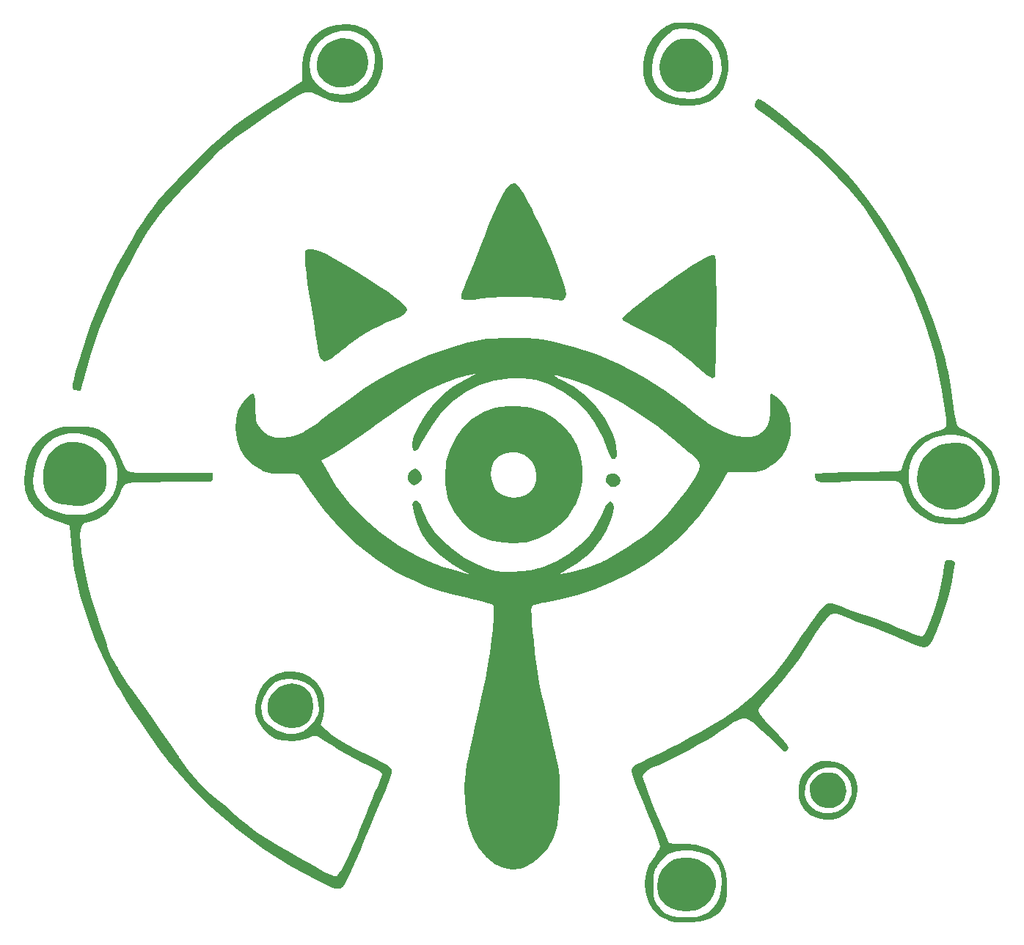
<source format=gbl>
G04 #@! TF.GenerationSoftware,KiCad,Pcbnew,8.0.5*
G04 #@! TF.CreationDate,2024-11-24T11:42:17+01:00*
G04 #@! TF.ProjectId,wolkje-panel,776f6c6b-6a65-42d7-9061-6e656c2e6b69,rev?*
G04 #@! TF.SameCoordinates,Original*
G04 #@! TF.FileFunction,Copper,L2,Bot*
G04 #@! TF.FilePolarity,Positive*
%FSLAX46Y46*%
G04 Gerber Fmt 4.6, Leading zero omitted, Abs format (unit mm)*
G04 Created by KiCad (PCBNEW 8.0.5) date 2024-11-24 11:42:17*
%MOMM*%
%LPD*%
G01*
G04 APERTURE LIST*
G04 #@! TA.AperFunction,EtchedComponent*
%ADD10C,0.000000*%
G04 #@! TD*
G04 APERTURE END LIST*
D10*
G04 #@! TA.AperFunction,EtchedComponent*
G36*
X124080421Y-95185866D02*
G01*
X123881677Y-95281149D01*
X123553011Y-95415697D01*
X123222030Y-95501659D01*
X122817776Y-95549770D01*
X122269294Y-95570765D01*
X121505627Y-95575379D01*
X119723207Y-95575379D01*
X118807595Y-97077913D01*
X117736639Y-98749218D01*
X116452366Y-100514783D01*
X115109789Y-102089640D01*
X113660979Y-103524785D01*
X112058010Y-104871213D01*
X110252950Y-106179918D01*
X109868535Y-106433387D01*
X108283051Y-107349387D01*
X106494562Y-108209105D01*
X104567716Y-108988041D01*
X102567164Y-109661689D01*
X100557555Y-110205549D01*
X98603538Y-110595118D01*
X98344403Y-110639269D01*
X97740641Y-110767473D01*
X97304107Y-110898897D01*
X97093519Y-111017135D01*
X97051823Y-111150897D01*
X97032010Y-111503882D01*
X97049068Y-112081245D01*
X97103681Y-112902704D01*
X97196532Y-113987981D01*
X97300008Y-115072049D01*
X97437215Y-116353238D01*
X97586391Y-117542897D01*
X97756727Y-118693506D01*
X97957417Y-119857546D01*
X98197651Y-121087497D01*
X98486623Y-122435842D01*
X98833526Y-123955059D01*
X99247551Y-125697631D01*
X99341595Y-126090349D01*
X99572668Y-127072810D01*
X99785794Y-128002489D01*
X99968366Y-128823103D01*
X100107779Y-129478369D01*
X100191428Y-129912008D01*
X100222422Y-130134885D01*
X100273611Y-130811279D01*
X100297679Y-131658709D01*
X100296623Y-132611900D01*
X100272442Y-133605575D01*
X100227131Y-134574458D01*
X100162688Y-135453274D01*
X100081110Y-136176746D01*
X99984393Y-136679600D01*
X99555705Y-137851077D01*
X98917487Y-138982932D01*
X98125606Y-139946848D01*
X97211055Y-140705574D01*
X96204834Y-141221861D01*
X95818903Y-141341597D01*
X94825085Y-141451494D01*
X93836347Y-141280397D01*
X92866167Y-140831811D01*
X91928032Y-140109245D01*
X91747438Y-139934029D01*
X90936909Y-138947942D01*
X90297470Y-137785899D01*
X89822623Y-136430217D01*
X89505873Y-134863215D01*
X89340721Y-133067209D01*
X89323015Y-132584093D01*
X89322136Y-131829209D01*
X89361148Y-131069921D01*
X89446327Y-130261049D01*
X89583947Y-129357411D01*
X89780283Y-128313825D01*
X90041611Y-127085109D01*
X90374205Y-125626081D01*
X90410819Y-125468779D01*
X90919422Y-123239692D01*
X91352084Y-121248575D01*
X91714728Y-119461529D01*
X92013278Y-117844653D01*
X92253656Y-116364048D01*
X92441786Y-114985814D01*
X92583591Y-113676053D01*
X92684993Y-112400863D01*
X92694739Y-112247759D01*
X92723158Y-111628714D01*
X92713535Y-111226697D01*
X92661436Y-110985534D01*
X92562423Y-110849051D01*
X92471361Y-110802383D01*
X92124196Y-110684937D01*
X91581140Y-110532434D01*
X90895387Y-110359437D01*
X90120131Y-110180505D01*
X89522446Y-110046660D01*
X88062449Y-109697024D01*
X86796701Y-109351899D01*
X85659483Y-108989216D01*
X84585080Y-108586907D01*
X83507775Y-108122903D01*
X82361849Y-107575133D01*
X81354371Y-107045186D01*
X79102002Y-105633887D01*
X76968622Y-103974007D01*
X74970448Y-102080289D01*
X73123697Y-99967474D01*
X71444587Y-97650307D01*
X71333987Y-97482582D01*
X70938996Y-96887505D01*
X70602668Y-96386713D01*
X70357683Y-96028602D01*
X70236723Y-95861575D01*
X70064915Y-95807091D01*
X69657672Y-95760705D01*
X69073036Y-95729744D01*
X68366751Y-95718476D01*
X67678367Y-95716133D01*
X67138597Y-95700009D01*
X66745381Y-95656650D01*
X66425981Y-95572612D01*
X66107660Y-95434443D01*
X65717681Y-95228696D01*
X64879772Y-94688726D01*
X64389722Y-94217282D01*
X72820265Y-94217282D01*
X73347084Y-95182528D01*
X74522655Y-97132887D01*
X76006887Y-99127502D01*
X77677462Y-100924489D01*
X79550923Y-102539581D01*
X81643814Y-103988509D01*
X83972679Y-105287008D01*
X84163003Y-105380799D01*
X84898555Y-105722718D01*
X85655559Y-106049283D01*
X86297060Y-106300763D01*
X86481630Y-106365747D01*
X87036410Y-106548924D01*
X87663767Y-106743343D01*
X88306139Y-106932705D01*
X88905964Y-107100714D01*
X89405679Y-107231072D01*
X89747719Y-107307481D01*
X89874525Y-107313642D01*
X89873811Y-107311400D01*
X89740332Y-107219653D01*
X89420917Y-107038273D01*
X88980159Y-106804061D01*
X87963406Y-106222870D01*
X86589678Y-105223274D01*
X85434307Y-104098895D01*
X84513217Y-102868800D01*
X83842332Y-101552057D01*
X83437579Y-100167733D01*
X83349089Y-99655414D01*
X83324171Y-99325433D01*
X83370267Y-99121012D01*
X83490824Y-98964229D01*
X83585798Y-98882820D01*
X83821707Y-98820914D01*
X84052999Y-98990542D01*
X84295953Y-99408779D01*
X84566853Y-100092700D01*
X84634507Y-100277937D01*
X85155143Y-101396471D01*
X85853571Y-102435410D01*
X86764178Y-103439457D01*
X87921353Y-104453317D01*
X88280265Y-104728298D01*
X89328418Y-105426582D01*
X90456648Y-106051817D01*
X91574971Y-106556974D01*
X92593399Y-106895024D01*
X92925264Y-106963826D01*
X93806295Y-107054853D01*
X94827517Y-107067960D01*
X95897349Y-107006957D01*
X96924203Y-106875650D01*
X97816495Y-106677849D01*
X98307397Y-106522956D01*
X99852702Y-105870722D01*
X101325604Y-105008096D01*
X102658612Y-103978640D01*
X103784236Y-102825915D01*
X104192288Y-102258383D01*
X104656431Y-101471558D01*
X105116863Y-100564433D01*
X105530663Y-99615901D01*
X105587978Y-99483125D01*
X105850102Y-99093920D01*
X106138527Y-98970982D01*
X106435087Y-99124190D01*
X106492336Y-99198745D01*
X106580616Y-99584625D01*
X106519383Y-100144765D01*
X106325015Y-100836397D01*
X106013887Y-101616762D01*
X105602381Y-102443095D01*
X105106872Y-103272633D01*
X104543739Y-104062611D01*
X104290239Y-104375026D01*
X103698786Y-105008705D01*
X103030856Y-105582252D01*
X102222060Y-106147679D01*
X101208004Y-106756998D01*
X100966629Y-106896207D01*
X100557463Y-107141965D01*
X100303694Y-107308841D01*
X100252637Y-107366643D01*
X100302531Y-107361122D01*
X100938001Y-107250954D01*
X101748857Y-107059121D01*
X102653394Y-106809422D01*
X103569909Y-106525658D01*
X104416697Y-106231629D01*
X105112055Y-105951133D01*
X105246674Y-105887849D01*
X105804913Y-105593336D01*
X106518460Y-105184077D01*
X107327100Y-104697456D01*
X108170619Y-104170857D01*
X108988803Y-103641665D01*
X109721438Y-103147263D01*
X110308308Y-102725035D01*
X110779563Y-102345733D01*
X111771383Y-101423686D01*
X112819275Y-100303629D01*
X113886045Y-99028827D01*
X114934505Y-97642544D01*
X115927464Y-96188045D01*
X116177385Y-95784521D01*
X116428457Y-95264353D01*
X116492748Y-94832905D01*
X116359224Y-94425729D01*
X116016849Y-93978378D01*
X115454587Y-93426407D01*
X115245872Y-93234685D01*
X113467548Y-91708709D01*
X111559702Y-90245193D01*
X109569913Y-88873721D01*
X107545759Y-87623882D01*
X105534820Y-86525261D01*
X103584674Y-85607444D01*
X101742899Y-84900017D01*
X101133146Y-84704668D01*
X100500444Y-84524898D01*
X100032914Y-84418813D01*
X99752287Y-84388315D01*
X99680299Y-84435304D01*
X99838683Y-84561681D01*
X100249171Y-84769348D01*
X100332803Y-84808015D01*
X101898011Y-85681398D01*
X103312499Y-86758353D01*
X104545127Y-88007546D01*
X105564747Y-89397645D01*
X106340216Y-90897316D01*
X106484071Y-91271619D01*
X106700911Y-91985521D01*
X106843241Y-92668198D01*
X106903259Y-93260968D01*
X106873159Y-93705147D01*
X106745139Y-93942055D01*
X106612726Y-94014783D01*
X106412193Y-94041039D01*
X106237535Y-93898534D01*
X106055282Y-93551416D01*
X105831964Y-92963829D01*
X105263721Y-91553447D01*
X104376755Y-89904071D01*
X103320367Y-88476235D01*
X102082822Y-87256899D01*
X100652382Y-86233021D01*
X99017312Y-85391560D01*
X97628683Y-84930389D01*
X96100880Y-84690812D01*
X94537388Y-84697798D01*
X92807743Y-84959918D01*
X91100965Y-85477948D01*
X89531853Y-86244188D01*
X88097723Y-87260560D01*
X86795891Y-88528987D01*
X85623672Y-90051392D01*
X84578382Y-91829696D01*
X84342459Y-92273871D01*
X84041843Y-92775216D01*
X83811955Y-93055497D01*
X83632631Y-93142703D01*
X83521846Y-93126030D01*
X83383826Y-92971167D01*
X83318691Y-92598777D01*
X83322727Y-92204813D01*
X83488017Y-91447871D01*
X83858108Y-90549022D01*
X84440473Y-89487541D01*
X84955453Y-88679621D01*
X85881764Y-87472844D01*
X86896433Y-86470901D01*
X88055127Y-85622158D01*
X89413516Y-84874985D01*
X89696455Y-84735693D01*
X90147200Y-84500729D01*
X90445974Y-84326636D01*
X90539102Y-84243524D01*
X90434073Y-84234726D01*
X90102887Y-84290470D01*
X89611279Y-84407343D01*
X89022518Y-84567869D01*
X88399870Y-84754570D01*
X87806604Y-84949972D01*
X87305988Y-85136597D01*
X86700273Y-85389228D01*
X85913079Y-85741381D01*
X85154912Y-86115307D01*
X84389359Y-86533005D01*
X83580006Y-87016472D01*
X82690439Y-87587708D01*
X81684245Y-88268712D01*
X80525011Y-89081481D01*
X79176323Y-90048015D01*
X78367073Y-90628347D01*
X76796643Y-91728665D01*
X75420430Y-92654896D01*
X74245547Y-93402313D01*
X73279109Y-93966189D01*
X72820265Y-94217282D01*
X64389722Y-94217282D01*
X64020216Y-93861805D01*
X63405213Y-92886309D01*
X63035622Y-91763685D01*
X62912299Y-90495379D01*
X62964859Y-89496626D01*
X63161688Y-88559800D01*
X63521108Y-87781296D01*
X64060556Y-87109703D01*
X64069014Y-87101251D01*
X64498631Y-86697451D01*
X64803267Y-86494250D01*
X65003822Y-86508621D01*
X65121198Y-86757537D01*
X65176296Y-87257972D01*
X65190018Y-88026897D01*
X65193126Y-88522716D01*
X65215368Y-89103768D01*
X65268819Y-89522457D01*
X65364846Y-89853909D01*
X65514817Y-90173247D01*
X65517881Y-90178968D01*
X66030014Y-90851982D01*
X66714369Y-91315408D01*
X67543923Y-91564947D01*
X68491656Y-91596304D01*
X69530545Y-91405180D01*
X70633569Y-90987278D01*
X70660641Y-90974083D01*
X71034348Y-90755917D01*
X71577699Y-90397075D01*
X72241692Y-89931807D01*
X72977324Y-89394365D01*
X73735594Y-88819001D01*
X74790344Y-88013795D01*
X76305259Y-86905763D01*
X77714031Y-85943654D01*
X79073143Y-85091002D01*
X80439075Y-84311340D01*
X81868310Y-83568201D01*
X82627031Y-83198314D01*
X85101234Y-82107399D01*
X87481035Y-81237541D01*
X89746554Y-80595455D01*
X91877905Y-80187855D01*
X92605059Y-80110013D01*
X93791073Y-80049516D01*
X95094391Y-80042847D01*
X96420117Y-80088093D01*
X97673354Y-80183337D01*
X98759204Y-80326669D01*
X99180860Y-80402541D01*
X101869120Y-81043731D01*
X104572199Y-81954369D01*
X107265596Y-83122821D01*
X109924808Y-84537450D01*
X112525335Y-86186625D01*
X115042675Y-88058711D01*
X115164139Y-88155877D01*
X115838384Y-88686478D01*
X116504364Y-89197791D01*
X117091014Y-89635817D01*
X117527267Y-89946559D01*
X118083434Y-90303608D01*
X119270332Y-90927978D01*
X120406985Y-91340798D01*
X121459935Y-91531465D01*
X122395724Y-91489377D01*
X122734979Y-91419074D01*
X123238055Y-91257520D01*
X123618452Y-91015613D01*
X123984339Y-90635197D01*
X124268369Y-90217265D01*
X124508407Y-89574333D01*
X124618861Y-88765297D01*
X124610421Y-87740731D01*
X124595620Y-87454529D01*
X124587484Y-86896307D01*
X124643245Y-86588877D01*
X124788015Y-86507731D01*
X125046907Y-86628364D01*
X125445035Y-86926267D01*
X125741219Y-87182061D01*
X126410827Y-87994726D01*
X126832281Y-88942623D01*
X127007547Y-90031473D01*
X126938596Y-91266994D01*
X126817704Y-91911763D01*
X126455415Y-92968491D01*
X125896076Y-93842233D01*
X125113231Y-94569265D01*
X124671634Y-94832905D01*
X124080421Y-95185866D01*
G37*
G04 #@! TD.AperFunction*
G04 #@! TA.AperFunction,EtchedComponent*
G36*
X60247233Y-96397068D02*
G01*
X60182450Y-96575057D01*
X59983106Y-96643257D01*
X59573399Y-96658641D01*
X59543512Y-96659054D01*
X59186870Y-96662751D01*
X58594185Y-96667757D01*
X57809181Y-96673751D01*
X56875581Y-96680407D01*
X55837107Y-96687403D01*
X54737484Y-96694415D01*
X53635875Y-96702129D01*
X52564261Y-96715663D01*
X51722465Y-96740029D01*
X51079863Y-96781659D01*
X50605834Y-96846987D01*
X50269753Y-96942446D01*
X50040998Y-97074469D01*
X49888946Y-97249489D01*
X49782973Y-97473941D01*
X49692457Y-97754255D01*
X49590654Y-98038172D01*
X49244020Y-98725970D01*
X48782540Y-99425189D01*
X48272799Y-100040918D01*
X47781386Y-100478248D01*
X47627239Y-100578164D01*
X47096715Y-100865192D01*
X46514835Y-101119555D01*
X45979504Y-101301399D01*
X45588624Y-101370870D01*
X45406529Y-101419945D01*
X45159957Y-101701952D01*
X44999427Y-102198766D01*
X44942579Y-102869472D01*
X44982342Y-103672698D01*
X45117584Y-104801352D01*
X45337795Y-106102004D01*
X45631687Y-107524492D01*
X45987976Y-109018654D01*
X46395377Y-110534331D01*
X46842605Y-112021360D01*
X47318375Y-113429581D01*
X47322578Y-113441269D01*
X47609644Y-114248792D01*
X47859438Y-114968833D01*
X48056724Y-115556058D01*
X48186268Y-115965133D01*
X48232835Y-116150725D01*
X48234345Y-116166605D01*
X48321067Y-116398737D01*
X48514707Y-116789193D01*
X48778373Y-117262769D01*
X48810419Y-117317746D01*
X49084404Y-117799126D01*
X49300544Y-118197841D01*
X49414471Y-118432320D01*
X49467624Y-118525206D01*
X49671887Y-118837772D01*
X50008466Y-119334248D01*
X50457245Y-119985496D01*
X50998107Y-120762379D01*
X51610935Y-121635757D01*
X52275613Y-122576494D01*
X52527335Y-122931949D01*
X53273908Y-123990140D01*
X54022116Y-125055958D01*
X54738396Y-126081277D01*
X55389184Y-127017971D01*
X55940915Y-127817913D01*
X56360025Y-128432976D01*
X56402271Y-128495505D01*
X57459654Y-129975487D01*
X58474215Y-131220449D01*
X59480012Y-132269178D01*
X60511103Y-133160459D01*
X60956886Y-133517025D01*
X61577843Y-134027027D01*
X62253712Y-134592459D01*
X62900440Y-135143560D01*
X63504663Y-135657103D01*
X64133684Y-136178825D01*
X64696400Y-136633397D01*
X65118469Y-136959936D01*
X65434500Y-137182953D01*
X66085773Y-137610885D01*
X66916347Y-138131665D01*
X67882956Y-138719414D01*
X68942335Y-139348252D01*
X70051218Y-139992297D01*
X71166339Y-140625671D01*
X72244433Y-141222491D01*
X72331898Y-141270153D01*
X73083105Y-141674642D01*
X73630915Y-141955279D01*
X74016386Y-142128469D01*
X74280582Y-142210618D01*
X74464563Y-142218133D01*
X74609391Y-142167421D01*
X74631966Y-142152954D01*
X74837119Y-141910476D01*
X75126490Y-141436642D01*
X75485046Y-140762965D01*
X75897759Y-139920959D01*
X76349596Y-138942135D01*
X76825530Y-137858006D01*
X77310528Y-136700085D01*
X77789561Y-135499885D01*
X77952791Y-135082797D01*
X78314628Y-134172514D01*
X78678182Y-133274373D01*
X79008852Y-132473451D01*
X79272037Y-131854824D01*
X79446351Y-131441581D01*
X79647635Y-130918283D01*
X79773448Y-130529417D01*
X79801842Y-130337824D01*
X79766389Y-130299170D01*
X79521423Y-130136093D01*
X79085857Y-129888401D01*
X78506745Y-129582218D01*
X77831137Y-129243669D01*
X77620511Y-129139641D01*
X76709794Y-128668709D01*
X75757040Y-128147183D01*
X74822180Y-127610118D01*
X73965142Y-127092572D01*
X73245853Y-126629601D01*
X72724243Y-126256261D01*
X72550647Y-126134300D01*
X72188794Y-126004350D01*
X71776143Y-126057945D01*
X71230233Y-126297349D01*
X70951023Y-126413299D01*
X70249196Y-126568707D01*
X69424708Y-126625803D01*
X68575655Y-126580797D01*
X67800129Y-126429899D01*
X67380560Y-126266638D01*
X66643639Y-125791914D01*
X65987193Y-125140297D01*
X65488221Y-124380053D01*
X65194011Y-123516433D01*
X65130582Y-122573661D01*
X65133700Y-122555849D01*
X65878983Y-122555849D01*
X65919504Y-123398233D01*
X66222448Y-124154743D01*
X66782287Y-124805157D01*
X67593488Y-125329253D01*
X67852201Y-125447128D01*
X68845707Y-125744167D01*
X69775679Y-125764701D01*
X70637905Y-125508481D01*
X70671460Y-125492242D01*
X71452022Y-124968144D01*
X72051982Y-124272302D01*
X72421429Y-123461986D01*
X72498294Y-123005399D01*
X72469479Y-122210343D01*
X72281622Y-121414687D01*
X71956403Y-120745110D01*
X71496282Y-120234053D01*
X70771815Y-119765562D01*
X69933939Y-119483777D01*
X69049488Y-119401335D01*
X68185302Y-119530877D01*
X67408216Y-119885040D01*
X67212695Y-120035728D01*
X66779653Y-120486503D01*
X66412648Y-121010673D01*
X66106414Y-121647813D01*
X65878983Y-122555849D01*
X65133700Y-122555849D01*
X65294551Y-121637057D01*
X65661643Y-120750719D01*
X66207580Y-119958743D01*
X66908086Y-119305228D01*
X67738886Y-118834272D01*
X68675702Y-118589973D01*
X69563182Y-118576344D01*
X70551375Y-118776729D01*
X71444287Y-119185364D01*
X72189154Y-119777065D01*
X72733211Y-120526648D01*
X72891855Y-120853256D01*
X73042263Y-121285733D01*
X73113808Y-121762853D01*
X73131990Y-122404713D01*
X73106084Y-123005399D01*
X73105227Y-123025253D01*
X73028015Y-123654654D01*
X72916280Y-124126557D01*
X72700571Y-124737943D01*
X73308255Y-125298954D01*
X73404979Y-125386851D01*
X74057111Y-125918022D01*
X74845547Y-126460167D01*
X75803934Y-127033623D01*
X76965919Y-127658733D01*
X78365151Y-128355833D01*
X79076760Y-128703584D01*
X79801311Y-129070833D01*
X80318680Y-129354883D01*
X80659801Y-129574217D01*
X80855608Y-129747322D01*
X80937035Y-129892682D01*
X80945889Y-130017691D01*
X80889284Y-130349757D01*
X80738558Y-130853564D01*
X80487372Y-131546175D01*
X80129393Y-132444657D01*
X79658284Y-133566073D01*
X79067709Y-134927490D01*
X79049626Y-134968746D01*
X78699379Y-135780017D01*
X78344868Y-136620970D01*
X78026522Y-137394653D01*
X77784769Y-138004110D01*
X77636734Y-138384755D01*
X77256332Y-139324990D01*
X76857809Y-140264725D01*
X76461527Y-141159609D01*
X76087847Y-141965288D01*
X75757128Y-142637409D01*
X75489733Y-143131621D01*
X75306023Y-143403572D01*
X75205454Y-143502813D01*
X74987017Y-143641142D01*
X74718514Y-143684932D01*
X74359999Y-143625152D01*
X73871530Y-143452769D01*
X73213160Y-143158755D01*
X72344947Y-142734076D01*
X69305827Y-141087347D01*
X66102889Y-139055243D01*
X63061223Y-136805041D01*
X60200831Y-134352779D01*
X57541710Y-131714498D01*
X55103860Y-128906239D01*
X54914290Y-128666785D01*
X54255973Y-127796077D01*
X53502739Y-126752985D01*
X52692299Y-125593432D01*
X51862365Y-124373341D01*
X51050650Y-123148637D01*
X50294865Y-121975239D01*
X49632723Y-120909073D01*
X49101937Y-120006060D01*
X48758351Y-119380323D01*
X47712593Y-117273483D01*
X46731411Y-114994776D01*
X45850158Y-112630328D01*
X45104181Y-110266263D01*
X44965658Y-109771609D01*
X44583874Y-108261785D01*
X44292097Y-106818102D01*
X44068857Y-105323498D01*
X43892683Y-103660907D01*
X43719841Y-101729535D01*
X42605789Y-101344621D01*
X42542450Y-101322505D01*
X41914913Y-101082759D01*
X41317629Y-100823307D01*
X40872092Y-100596571D01*
X40769814Y-100533960D01*
X40136703Y-100041717D01*
X39535942Y-99418714D01*
X39042151Y-98751052D01*
X38729947Y-98124831D01*
X38591892Y-97559967D01*
X38518155Y-96590778D01*
X38526265Y-96463765D01*
X39526405Y-96463765D01*
X39630254Y-97509852D01*
X39979087Y-98410998D01*
X40572174Y-99165266D01*
X41408785Y-99770721D01*
X42488190Y-100225423D01*
X43391996Y-100429049D01*
X44438255Y-100506596D01*
X45449734Y-100434916D01*
X46321531Y-100214313D01*
X46664029Y-100060134D01*
X47464497Y-99544285D01*
X48191723Y-98877829D01*
X48742727Y-98148623D01*
X49100808Y-97302052D01*
X49265752Y-96293768D01*
X49213862Y-95239923D01*
X48954590Y-94201351D01*
X48497386Y-93238886D01*
X47851703Y-92413364D01*
X47638551Y-92217829D01*
X46797696Y-91670364D01*
X45804476Y-91287870D01*
X44731584Y-91086048D01*
X43651712Y-91080597D01*
X42637551Y-91287217D01*
X41904567Y-91644151D01*
X41157967Y-92246759D01*
X40530516Y-93006980D01*
X40088647Y-93857817D01*
X40056579Y-93944521D01*
X39668270Y-95274677D01*
X39526405Y-96463765D01*
X38526265Y-96463765D01*
X38586035Y-95527693D01*
X38783443Y-94455102D01*
X39098295Y-93457400D01*
X39518502Y-92618979D01*
X39743696Y-92302957D01*
X40440787Y-91570526D01*
X41266832Y-90957665D01*
X42122660Y-90543416D01*
X42356654Y-90474419D01*
X43071843Y-90346549D01*
X43917273Y-90278385D01*
X44810762Y-90269177D01*
X45670125Y-90318169D01*
X46413179Y-90424609D01*
X46957739Y-90587743D01*
X47149193Y-90681001D01*
X47764547Y-91078928D01*
X48310365Y-91613651D01*
X48813974Y-92321826D01*
X49302704Y-93240109D01*
X49803885Y-94405157D01*
X49891414Y-94621819D01*
X50068304Y-95000043D01*
X50266524Y-95273467D01*
X50530210Y-95458599D01*
X50903495Y-95571949D01*
X51430515Y-95630021D01*
X52155404Y-95649329D01*
X53122299Y-95646379D01*
X53319581Y-95644936D01*
X54399575Y-95639329D01*
X55604576Y-95636066D01*
X56801239Y-95635395D01*
X57856215Y-95637563D01*
X60253117Y-95646927D01*
X60253117Y-96147772D01*
X60249671Y-96293768D01*
X60247233Y-96397068D01*
G37*
G04 #@! TD.AperFunction*
G04 #@! TA.AperFunction,EtchedComponent*
G36*
X119612133Y-143054438D02*
G01*
X119623872Y-143410462D01*
X119602208Y-144345313D01*
X119482803Y-145085061D01*
X119252045Y-145689909D01*
X118896320Y-146220056D01*
X118810867Y-146320386D01*
X118279809Y-146801552D01*
X117628901Y-147144198D01*
X116777059Y-147393212D01*
X116369481Y-147468146D01*
X115467246Y-147557087D01*
X114520596Y-147569258D01*
X113636445Y-147505406D01*
X112921704Y-147366278D01*
X112794185Y-147325829D01*
X111909747Y-146883690D01*
X111178125Y-146224447D01*
X110623554Y-145383565D01*
X110270267Y-144396513D01*
X110142497Y-143298758D01*
X111124665Y-143298758D01*
X111129128Y-143885883D01*
X111154087Y-144415914D01*
X111212659Y-144799877D01*
X111317787Y-145115216D01*
X111482411Y-145439373D01*
X111878466Y-145970994D01*
X112521945Y-146498713D01*
X112756679Y-146637355D01*
X113085367Y-146790111D01*
X113444880Y-146883402D01*
X113920343Y-146936510D01*
X114596875Y-146968717D01*
X115280345Y-146976717D01*
X116151300Y-146910567D01*
X116849853Y-146732850D01*
X117437949Y-146425257D01*
X117977532Y-145969478D01*
X117980097Y-145966911D01*
X118453935Y-145376315D01*
X118767638Y-144688773D01*
X118939089Y-143848050D01*
X118986173Y-142797913D01*
X118911575Y-141879932D01*
X118657187Y-141030556D01*
X118206547Y-140363066D01*
X117543267Y-139860887D01*
X116650951Y-139507443D01*
X115513209Y-139286160D01*
X114807871Y-139233555D01*
X113757133Y-139329761D01*
X112867820Y-139659565D01*
X112133705Y-140225709D01*
X111548561Y-141030931D01*
X111526279Y-141071285D01*
X111341227Y-141431705D01*
X111223716Y-141753470D01*
X111158570Y-142117772D01*
X111130611Y-142605804D01*
X111124665Y-143298758D01*
X110142497Y-143298758D01*
X110149276Y-142918433D01*
X110299222Y-141832651D01*
X110666074Y-140859400D01*
X111277867Y-139915135D01*
X111290516Y-139898781D01*
X111603937Y-139448713D01*
X111826843Y-139045491D01*
X111911707Y-138774633D01*
X111911361Y-138764317D01*
X111848366Y-138503396D01*
X111675997Y-137996509D01*
X111393221Y-137241015D01*
X110999004Y-136234269D01*
X110492312Y-134973630D01*
X109872113Y-133456453D01*
X109137372Y-131680097D01*
X108882123Y-131035170D01*
X108698171Y-130456096D01*
X108640858Y-130040744D01*
X108704607Y-129741405D01*
X108883843Y-129510371D01*
X108973758Y-129446497D01*
X109312591Y-129254217D01*
X109832748Y-128986771D01*
X110482270Y-128670497D01*
X111209195Y-128331729D01*
X112144173Y-127893320D01*
X113123393Y-127407211D01*
X114168539Y-126860005D01*
X115323307Y-126228275D01*
X116631394Y-125488590D01*
X118136495Y-124617523D01*
X119061228Y-124057919D01*
X120763442Y-122902142D01*
X122324303Y-121652693D01*
X123781961Y-120271923D01*
X125174561Y-118722189D01*
X126540250Y-116965841D01*
X127917175Y-114965237D01*
X128185207Y-114558204D01*
X128724446Y-113754890D01*
X129259012Y-112976181D01*
X129739084Y-112294255D01*
X130114840Y-111781293D01*
X130155923Y-111727274D01*
X130585916Y-111191977D01*
X130947645Y-110851777D01*
X131306158Y-110692857D01*
X131726500Y-110701393D01*
X132273719Y-110863567D01*
X133012862Y-111165558D01*
X133182888Y-111236595D01*
X133926527Y-111520861D01*
X134756530Y-111807509D01*
X135522975Y-112044068D01*
X135901673Y-112161426D01*
X136630262Y-112416211D01*
X137489226Y-112741058D01*
X138401134Y-113106389D01*
X139288553Y-113482619D01*
X140011344Y-113792628D01*
X140736293Y-114089869D01*
X141345595Y-114325261D01*
X141790849Y-114480165D01*
X142023659Y-114535941D01*
X142098727Y-114530628D01*
X142298750Y-114433862D01*
X142493938Y-114173439D01*
X142730094Y-113694824D01*
X143090512Y-112813409D01*
X143546358Y-111476631D01*
X143958441Y-110023501D01*
X144300034Y-108550378D01*
X144544411Y-107153621D01*
X144566808Y-106999418D01*
X144656270Y-106459637D01*
X144741819Y-106044675D01*
X144807586Y-105834105D01*
X144808241Y-105833058D01*
X145026044Y-105738276D01*
X145449748Y-105760083D01*
X145777293Y-105831692D01*
X145922888Y-105945437D01*
X145906548Y-106149458D01*
X145899334Y-106176839D01*
X145836188Y-106495928D01*
X145756460Y-106989874D01*
X145675621Y-107563907D01*
X145575311Y-108182314D01*
X145327754Y-109301386D01*
X144992012Y-110536249D01*
X144593687Y-111807060D01*
X144158382Y-113033981D01*
X143711700Y-114137169D01*
X143279244Y-115036786D01*
X143112395Y-115325332D01*
X142902022Y-115593154D01*
X142657838Y-115750047D01*
X142342707Y-115793384D01*
X141919493Y-115720538D01*
X141351059Y-115528881D01*
X140600270Y-115215787D01*
X139629988Y-114778629D01*
X139100891Y-114541094D01*
X138213073Y-114160124D01*
X137352503Y-113810023D01*
X136596118Y-113521751D01*
X136020855Y-113326270D01*
X135890273Y-113286041D01*
X135121277Y-113027335D01*
X134321518Y-112729409D01*
X133644584Y-112448967D01*
X133440375Y-112357721D01*
X132773719Y-112072094D01*
X132292198Y-111910255D01*
X131936562Y-111874353D01*
X131647560Y-111966540D01*
X131365943Y-112188965D01*
X131032459Y-112543779D01*
X130615307Y-113057921D01*
X130163128Y-113694064D01*
X129777940Y-114309650D01*
X129434351Y-114897469D01*
X127891399Y-117251538D01*
X126073503Y-119617550D01*
X123975598Y-122002219D01*
X123901643Y-122082313D01*
X123553726Y-122488202D01*
X123308983Y-122822065D01*
X123216495Y-123018213D01*
X123251202Y-123148303D01*
X123425715Y-123476633D01*
X123693707Y-123875680D01*
X123994642Y-124258048D01*
X124267988Y-124536341D01*
X124439045Y-124699520D01*
X124763314Y-125033316D01*
X125186380Y-125482235D01*
X125660179Y-125995885D01*
X125766735Y-126112838D01*
X126223095Y-126624870D01*
X126512778Y-126982000D01*
X126663080Y-127226899D01*
X126701297Y-127402241D01*
X126654724Y-127550697D01*
X126521773Y-127731438D01*
X126328164Y-127844110D01*
X126236486Y-127800141D01*
X125968071Y-127589054D01*
X125587607Y-127243141D01*
X125145529Y-126806645D01*
X124988283Y-126647165D01*
X124366902Y-126036850D01*
X123702802Y-125408233D01*
X123115266Y-124874814D01*
X123045474Y-124813604D01*
X122571078Y-124417231D01*
X122165138Y-124146795D01*
X121785079Y-124008722D01*
X121388331Y-124009437D01*
X120932317Y-124155365D01*
X120374467Y-124452933D01*
X119672205Y-124908565D01*
X118782959Y-125528687D01*
X118721955Y-125571471D01*
X118041914Y-126018676D01*
X117205531Y-126527699D01*
X116262737Y-127071933D01*
X115263463Y-127624774D01*
X114257636Y-128159613D01*
X113295189Y-128649845D01*
X112426051Y-129068861D01*
X111700154Y-129390057D01*
X111167425Y-129586825D01*
X110770274Y-129755673D01*
X110343163Y-130043765D01*
X110029973Y-130366752D01*
X109908327Y-130658560D01*
X109908982Y-130676307D01*
X109973408Y-130971969D01*
X110130967Y-131475031D01*
X110364292Y-132142189D01*
X110656014Y-132930141D01*
X110988763Y-133795585D01*
X111345173Y-134695219D01*
X111707874Y-135585741D01*
X112059497Y-136423849D01*
X112382675Y-137166241D01*
X112660039Y-137769614D01*
X112874219Y-138190667D01*
X113007848Y-138386097D01*
X113056979Y-138416393D01*
X113415798Y-138492699D01*
X113963384Y-138476996D01*
X114189358Y-138460437D01*
X115028224Y-138481438D01*
X115931387Y-138602523D01*
X116783027Y-138804189D01*
X117467325Y-139066940D01*
X118163819Y-139502296D01*
X118781278Y-140121819D01*
X119216744Y-140898527D01*
X119487827Y-141865155D01*
X119585320Y-142797913D01*
X119612133Y-143054438D01*
G37*
G04 #@! TD.AperFunction*
G04 #@! TA.AperFunction,EtchedComponent*
G36*
X151091763Y-96925487D02*
G01*
X150974322Y-97799723D01*
X150603555Y-98900305D01*
X150009339Y-99843638D01*
X149211235Y-100607381D01*
X148228797Y-101169191D01*
X147081586Y-101506725D01*
X146922322Y-101531618D01*
X146087993Y-101588392D01*
X145141132Y-101563130D01*
X144211287Y-101463294D01*
X143428008Y-101296343D01*
X142967974Y-101132405D01*
X141986985Y-100587097D01*
X141138002Y-99842390D01*
X140470830Y-98947388D01*
X140035272Y-97951196D01*
X139892739Y-97483694D01*
X139735333Y-97072128D01*
X139567638Y-96829313D01*
X139343207Y-96693911D01*
X139015592Y-96604582D01*
X138865007Y-96582777D01*
X138383035Y-96555652D01*
X137673022Y-96546013D01*
X136772531Y-96553157D01*
X135719125Y-96576381D01*
X134550368Y-96614984D01*
X133303825Y-96668261D01*
X132017059Y-96735511D01*
X131842067Y-96744920D01*
X131017102Y-96763986D01*
X130433867Y-96718866D01*
X130058812Y-96599986D01*
X129858384Y-96397773D01*
X129799031Y-96102653D01*
X129799031Y-95707607D01*
X140581866Y-95707607D01*
X140628544Y-96747606D01*
X140911031Y-97867416D01*
X141174251Y-98411179D01*
X141668058Y-99082772D01*
X142288835Y-99716515D01*
X142960770Y-100236525D01*
X143608045Y-100566918D01*
X143808906Y-100631489D01*
X144896572Y-100843765D01*
X146023069Y-100862533D01*
X147101283Y-100692297D01*
X148044101Y-100337562D01*
X148293118Y-100186666D01*
X148888798Y-99698797D01*
X149447341Y-99091107D01*
X149869809Y-98465069D01*
X149927913Y-98352161D01*
X150061811Y-98020807D01*
X150141785Y-97644073D01*
X150180491Y-97141835D01*
X150190580Y-96433969D01*
X150185655Y-95856631D01*
X150156220Y-95330665D01*
X150084092Y-94917949D01*
X149951243Y-94523217D01*
X149739641Y-94051200D01*
X149636306Y-93843613D01*
X149017717Y-92893508D01*
X148263535Y-92125395D01*
X147421503Y-91589964D01*
X146820283Y-91396310D01*
X145975660Y-91281102D01*
X145066000Y-91279413D01*
X144196617Y-91390601D01*
X143472825Y-91614025D01*
X142562391Y-92120240D01*
X141733667Y-92843319D01*
X141128286Y-93733286D01*
X140729326Y-94809853D01*
X140581866Y-95707607D01*
X129799031Y-95707607D01*
X129799031Y-95692703D01*
X133256569Y-95598267D01*
X133716840Y-95586036D01*
X134797031Y-95559739D01*
X135849934Y-95537133D01*
X136810852Y-95519455D01*
X137615093Y-95507942D01*
X138197962Y-95503829D01*
X138708886Y-95498865D01*
X139276775Y-95470350D01*
X139607592Y-95413517D01*
X139730544Y-95324957D01*
X140028709Y-94361320D01*
X140481292Y-93314270D01*
X141032057Y-92485385D01*
X141713643Y-91837655D01*
X142558691Y-91334068D01*
X143599842Y-90937613D01*
X143879929Y-90850205D01*
X144416415Y-90661644D01*
X144740934Y-90478159D01*
X144898824Y-90247065D01*
X144935425Y-89915672D01*
X144896076Y-89431296D01*
X144889424Y-89369780D01*
X144343278Y-85617149D01*
X143530819Y-81964143D01*
X142450288Y-78406233D01*
X141099925Y-74938889D01*
X139477968Y-71557585D01*
X137582658Y-68257791D01*
X135412235Y-65034980D01*
X135091388Y-64602860D01*
X133849508Y-63078590D01*
X132395379Y-61486325D01*
X130767178Y-59862990D01*
X129003076Y-58245512D01*
X127141251Y-56670817D01*
X125219876Y-55175833D01*
X125167497Y-55136842D01*
X124475736Y-54621132D01*
X123862751Y-54162798D01*
X123366284Y-53790163D01*
X123024075Y-53531550D01*
X122873866Y-53415282D01*
X122851586Y-53384178D01*
X122848448Y-53151669D01*
X122942715Y-52833355D01*
X123088600Y-52552197D01*
X123240319Y-52431153D01*
X123260917Y-52432953D01*
X123523023Y-52546797D01*
X123957852Y-52818017D01*
X124528329Y-53218862D01*
X125197375Y-53721579D01*
X125927911Y-54298415D01*
X126682859Y-54921618D01*
X127425142Y-55563437D01*
X127781091Y-55878130D01*
X128537931Y-56541615D01*
X129296288Y-57200006D01*
X129984610Y-57791334D01*
X130531345Y-58253631D01*
X130538765Y-58259824D01*
X131906994Y-59499724D01*
X133315113Y-60957677D01*
X134716214Y-62579404D01*
X136063388Y-64310628D01*
X137309728Y-66097069D01*
X137810885Y-66872374D01*
X139487646Y-69667935D01*
X141006878Y-72523929D01*
X142345114Y-75391053D01*
X143478887Y-78220002D01*
X144384731Y-80961475D01*
X144435054Y-81134292D01*
X144725714Y-82173593D01*
X144963632Y-83120084D01*
X145163931Y-84049382D01*
X145341731Y-85037106D01*
X145512154Y-86158876D01*
X145690323Y-87490309D01*
X145758143Y-87992431D01*
X145879549Y-88778945D01*
X146000647Y-89440792D01*
X146111301Y-89924678D01*
X146201375Y-90177312D01*
X146261767Y-90248488D01*
X146567120Y-90485379D01*
X147032855Y-90767762D01*
X147584889Y-91048965D01*
X148339819Y-91458513D01*
X149360515Y-92258503D01*
X150158919Y-93226748D01*
X150722169Y-94341695D01*
X151037404Y-95581793D01*
X151071879Y-96433969D01*
X151091763Y-96925487D01*
G37*
G04 #@! TD.AperFunction*
G04 #@! TA.AperFunction,EtchedComponent*
G36*
X79862575Y-47870830D02*
G01*
X79861819Y-48894429D01*
X79654542Y-49890830D01*
X79234119Y-50812603D01*
X78593925Y-51612317D01*
X78239520Y-51925517D01*
X77283195Y-52530619D01*
X76252551Y-52861098D01*
X75154343Y-52916274D01*
X73995327Y-52695465D01*
X72782261Y-52197991D01*
X72488655Y-52047817D01*
X72056919Y-51842733D01*
X71680244Y-51711075D01*
X71322055Y-51663622D01*
X70945780Y-51711151D01*
X70514843Y-51864440D01*
X69992671Y-52134266D01*
X69342691Y-52531408D01*
X68528326Y-53066642D01*
X67513003Y-53750747D01*
X67236987Y-53937514D01*
X65635942Y-55033081D01*
X64222971Y-56021942D01*
X63007482Y-56897089D01*
X61998875Y-57651514D01*
X61206556Y-58278208D01*
X60639929Y-58770161D01*
X60308397Y-59120365D01*
X60135904Y-59325457D01*
X59777389Y-59723179D01*
X59277802Y-60261804D01*
X58668888Y-60907451D01*
X57982397Y-61626239D01*
X57250074Y-62384288D01*
X56551911Y-63108794D01*
X55611070Y-64114587D01*
X54790471Y-65041557D01*
X54060482Y-65932214D01*
X53391468Y-66829072D01*
X52753796Y-67774641D01*
X52117833Y-68811432D01*
X51453946Y-69981957D01*
X50732499Y-71328726D01*
X49923862Y-72894252D01*
X49713976Y-73308559D01*
X48379792Y-76119367D01*
X47250963Y-78846288D01*
X46300951Y-81557926D01*
X45503222Y-84322889D01*
X45340084Y-84937888D01*
X45184512Y-85497135D01*
X45064319Y-85899865D01*
X44996875Y-86085601D01*
X44931624Y-86140367D01*
X44700741Y-86140627D01*
X44604954Y-86109741D01*
X44285920Y-86059322D01*
X44151263Y-85997028D01*
X44096802Y-85787321D01*
X44126607Y-85399257D01*
X44243079Y-84801892D01*
X44448624Y-83964284D01*
X44983486Y-82054469D01*
X46144109Y-78607260D01*
X47546289Y-75168767D01*
X49167599Y-71791945D01*
X50985611Y-68529745D01*
X51480256Y-67713235D01*
X52100628Y-66729954D01*
X52683623Y-65869882D01*
X53277734Y-65068453D01*
X53931455Y-64261102D01*
X54693276Y-63383263D01*
X55611693Y-62370370D01*
X56187798Y-61747285D01*
X57628783Y-60229001D01*
X58967415Y-58888803D01*
X60250655Y-57687126D01*
X61525462Y-56584408D01*
X62838799Y-55541083D01*
X64237626Y-54517588D01*
X65768904Y-53474359D01*
X67479595Y-52371831D01*
X67900721Y-52106150D01*
X68599775Y-51664778D01*
X69222863Y-51270955D01*
X69714599Y-50959696D01*
X70019595Y-50766016D01*
X70556215Y-50423713D01*
X70556215Y-49071674D01*
X70575535Y-48470513D01*
X70592293Y-48362497D01*
X71455378Y-48362497D01*
X71548639Y-49369019D01*
X71798112Y-50056825D01*
X72314038Y-50801217D01*
X73012155Y-51392529D01*
X73837681Y-51773224D01*
X73983239Y-51814017D01*
X75084487Y-51982067D01*
X76101987Y-51880753D01*
X77025816Y-51512290D01*
X77846049Y-50878892D01*
X78103786Y-50599891D01*
X78615824Y-49819071D01*
X78906277Y-48924677D01*
X78995890Y-47862281D01*
X78968880Y-47352607D01*
X78752059Y-46438417D01*
X78315014Y-45705736D01*
X77653860Y-45149167D01*
X76764713Y-44763316D01*
X76091985Y-44616948D01*
X75085245Y-44602106D01*
X74140352Y-44817318D01*
X73289071Y-45234537D01*
X72563168Y-45825711D01*
X71994408Y-46562795D01*
X71614556Y-47417740D01*
X71455378Y-48362497D01*
X70592293Y-48362497D01*
X70763583Y-47258395D01*
X71158181Y-46231180D01*
X71767133Y-45372020D01*
X72598246Y-44664065D01*
X72673126Y-44614757D01*
X73584628Y-44168740D01*
X74607047Y-43901346D01*
X75662799Y-43819240D01*
X76674300Y-43929085D01*
X77563963Y-44237547D01*
X77932855Y-44453045D01*
X78691948Y-45111140D01*
X79271015Y-45931756D01*
X79663431Y-46867462D01*
X79860878Y-47862281D01*
X79862575Y-47870830D01*
G37*
G04 #@! TD.AperFunction*
G04 #@! TA.AperFunction,EtchedComponent*
G36*
X102945041Y-96560690D02*
G01*
X102673371Y-97951291D01*
X102134949Y-99316863D01*
X102103530Y-99378538D01*
X101314357Y-100606486D01*
X100308975Y-101677773D01*
X99126377Y-102562963D01*
X97805557Y-103232617D01*
X96385510Y-103657298D01*
X96039736Y-103714995D01*
X94939542Y-103784101D01*
X93770362Y-103716513D01*
X92664394Y-103517208D01*
X92541038Y-103484668D01*
X91162630Y-102970363D01*
X89953673Y-102228537D01*
X88926875Y-101270842D01*
X88094943Y-100108932D01*
X87470585Y-98754459D01*
X87351906Y-98405184D01*
X87224061Y-97931465D01*
X87148842Y-97446381D01*
X87113815Y-96858458D01*
X87106545Y-96076223D01*
X87108456Y-95871157D01*
X92354622Y-95871157D01*
X92472748Y-96657889D01*
X92772431Y-97335959D01*
X92887747Y-97492467D01*
X93298739Y-97914032D01*
X93732646Y-98219875D01*
X94130720Y-98381480D01*
X94919037Y-98512305D01*
X95714239Y-98438431D01*
X96436964Y-98171860D01*
X97007855Y-97724592D01*
X97300123Y-97292124D01*
X97553199Y-96550254D01*
X97606347Y-95743903D01*
X97457208Y-94958119D01*
X97103426Y-94277949D01*
X96777444Y-93927453D01*
X96122083Y-93503109D01*
X95377567Y-93276576D01*
X94603807Y-93247096D01*
X93860707Y-93413913D01*
X93208175Y-93776273D01*
X92706119Y-94333419D01*
X92672284Y-94390173D01*
X92420364Y-95080379D01*
X92354622Y-95871157D01*
X87108456Y-95871157D01*
X87111239Y-95572437D01*
X87139135Y-94905157D01*
X87204075Y-94367557D01*
X87319847Y-93862104D01*
X87500240Y-93291258D01*
X87658053Y-92862417D01*
X88336437Y-91495801D01*
X89207810Y-90325622D01*
X90257755Y-89365814D01*
X91471859Y-88630314D01*
X92835707Y-88133060D01*
X93453639Y-88017077D01*
X94374191Y-87939654D01*
X95364052Y-87934147D01*
X96308678Y-88000414D01*
X97093519Y-88138315D01*
X97146856Y-88152400D01*
X98519748Y-88657968D01*
X99734655Y-89379676D01*
X100777981Y-90287378D01*
X101636129Y-91350929D01*
X102295505Y-92540181D01*
X102742513Y-93824990D01*
X102963557Y-95175209D01*
X102955957Y-95743903D01*
X102945041Y-96560690D01*
G37*
G04 #@! TD.AperFunction*
G04 #@! TA.AperFunction,EtchedComponent*
G36*
X119749399Y-49175006D02*
G01*
X119561227Y-50329760D01*
X119155299Y-51301469D01*
X118533235Y-52087629D01*
X117696658Y-52685735D01*
X116647187Y-53093285D01*
X116428928Y-53145991D01*
X115444469Y-53266435D01*
X114384123Y-53240865D01*
X113333996Y-53081033D01*
X112380189Y-52798692D01*
X111608806Y-52405593D01*
X111444911Y-52287817D01*
X110719847Y-51567689D01*
X110226344Y-50682720D01*
X109967132Y-49639409D01*
X109949925Y-48712637D01*
X110952314Y-48712637D01*
X110974095Y-49627165D01*
X111234175Y-50515366D01*
X111732867Y-51252070D01*
X112459928Y-51822658D01*
X113405112Y-52212509D01*
X114308993Y-52412378D01*
X115467161Y-52489476D01*
X116491488Y-52338497D01*
X117366008Y-51966980D01*
X118074754Y-51382458D01*
X118601757Y-50592468D01*
X118931050Y-49604545D01*
X119000304Y-49138199D01*
X118960339Y-48089986D01*
X118662623Y-47087088D01*
X118126790Y-46167598D01*
X117372475Y-45369615D01*
X116419313Y-44731233D01*
X116367571Y-44704538D01*
X115866800Y-44491936D01*
X115353341Y-44384288D01*
X114692276Y-44351966D01*
X114255725Y-44357148D01*
X113806797Y-44405323D01*
X113450475Y-44526136D01*
X113074207Y-44747067D01*
X112879450Y-44885693D01*
X112154350Y-45603188D01*
X111571535Y-46517414D01*
X111160894Y-47572517D01*
X110952314Y-48712637D01*
X109949925Y-48712637D01*
X109944942Y-48444257D01*
X110047505Y-47706092D01*
X110408059Y-46550477D01*
X110984089Y-45523549D01*
X111750789Y-44665417D01*
X112683352Y-44016196D01*
X112883651Y-43914149D01*
X113243954Y-43765216D01*
X113618755Y-43679793D01*
X114098512Y-43641304D01*
X114773679Y-43633176D01*
X114951950Y-43634003D01*
X115600366Y-43653489D01*
X116082438Y-43711373D01*
X116495611Y-43824637D01*
X116937331Y-44010265D01*
X117725521Y-44446957D01*
X118575072Y-45160762D01*
X119190352Y-46031345D01*
X119579986Y-47071833D01*
X119752600Y-48295357D01*
X119749532Y-49138199D01*
X119749399Y-49175006D01*
G37*
G04 #@! TD.AperFunction*
G04 #@! TA.AperFunction,EtchedComponent*
G36*
X71781983Y-69811805D02*
G01*
X72425268Y-70002468D01*
X73257569Y-70360242D01*
X74285215Y-70888156D01*
X75514539Y-71589236D01*
X76951871Y-72466509D01*
X78603541Y-73523003D01*
X79384585Y-74036009D01*
X80461449Y-74763220D01*
X81311395Y-75367649D01*
X81948303Y-75860273D01*
X82386052Y-76252061D01*
X82638523Y-76553989D01*
X82719595Y-76777030D01*
X82704147Y-76850587D01*
X82514431Y-77116585D01*
X82170820Y-77416970D01*
X81752179Y-77689313D01*
X81337370Y-77871187D01*
X80884224Y-78036490D01*
X80232411Y-78319475D01*
X79482457Y-78675441D01*
X78710873Y-79066732D01*
X77994173Y-79455689D01*
X77408870Y-79804657D01*
X77238457Y-79917168D01*
X76697819Y-80298761D01*
X76081864Y-80758886D01*
X75493343Y-81221542D01*
X75219518Y-81442696D01*
X74696430Y-81860033D01*
X74244715Y-82214197D01*
X73939375Y-82446083D01*
X73932234Y-82451277D01*
X73473141Y-82712325D01*
X73116848Y-82733430D01*
X72815641Y-82517633D01*
X72737839Y-82420647D01*
X72642294Y-82258169D01*
X72558235Y-82030886D01*
X72475420Y-81695077D01*
X72383607Y-81207013D01*
X72272552Y-80522973D01*
X72132014Y-79599231D01*
X72006259Y-78782319D01*
X71836743Y-77720938D01*
X71659163Y-76641852D01*
X71496192Y-75684674D01*
X71355552Y-74817493D01*
X71206845Y-73783820D01*
X71077549Y-72770201D01*
X70985305Y-71907069D01*
X70964507Y-71676017D01*
X70909119Y-70990581D01*
X70888057Y-70523285D01*
X70902928Y-70222063D01*
X70955336Y-70034849D01*
X71046887Y-69909576D01*
X71321383Y-69785226D01*
X71781983Y-69811805D01*
G37*
G04 #@! TD.AperFunction*
G04 #@! TA.AperFunction,EtchedComponent*
G36*
X95220250Y-62217817D02*
G01*
X95466307Y-62428921D01*
X95766503Y-62817539D01*
X96135359Y-63405109D01*
X96587403Y-64213072D01*
X97137157Y-65262866D01*
X97375697Y-65733603D01*
X97998567Y-67010058D01*
X98599205Y-68305492D01*
X99163979Y-69585741D01*
X99679259Y-70816646D01*
X100131416Y-71964044D01*
X100506820Y-72993773D01*
X100791841Y-73871671D01*
X100972849Y-74563578D01*
X101036214Y-75035332D01*
X100982170Y-75341816D01*
X100785791Y-75601663D01*
X100734370Y-75632814D01*
X100632868Y-75694807D01*
X100531707Y-75728041D01*
X100374167Y-75730069D01*
X100103535Y-75698442D01*
X99663090Y-75630714D01*
X98996117Y-75524438D01*
X98953211Y-75517743D01*
X97828836Y-75389533D01*
X96514906Y-75312960D01*
X95099566Y-75288039D01*
X93670959Y-75314781D01*
X92317229Y-75393200D01*
X91126520Y-75523307D01*
X91023187Y-75538118D01*
X90256575Y-75637010D01*
X89718941Y-75680057D01*
X89364221Y-75669189D01*
X89146352Y-75606339D01*
X89053477Y-75550858D01*
X88960884Y-75453344D01*
X88926247Y-75304033D01*
X88958739Y-75067738D01*
X89067538Y-74709266D01*
X89261818Y-74193426D01*
X89550754Y-73485027D01*
X89943522Y-72548877D01*
X90068020Y-72251415D01*
X90477650Y-71250305D01*
X90922837Y-70135668D01*
X91357664Y-69023276D01*
X91736216Y-68028900D01*
X92045031Y-67217777D01*
X92673115Y-65673933D01*
X93249568Y-64410240D01*
X93774254Y-63426940D01*
X94247035Y-62724280D01*
X94667771Y-62302504D01*
X95036327Y-62161857D01*
X95220250Y-62217817D01*
G37*
G04 #@! TD.AperFunction*
G04 #@! TA.AperFunction,EtchedComponent*
G36*
X118241821Y-70581608D02*
G01*
X118275348Y-70715638D01*
X118309180Y-71108461D01*
X118336848Y-71723065D01*
X118358522Y-72525586D01*
X118374369Y-73482161D01*
X118384560Y-74558925D01*
X118389263Y-75722015D01*
X118388646Y-76937568D01*
X118382879Y-78171720D01*
X118372131Y-79390606D01*
X118356571Y-80560364D01*
X118336369Y-81647130D01*
X118311691Y-82617040D01*
X118282709Y-83436230D01*
X118249591Y-84070837D01*
X118212505Y-84486998D01*
X118171620Y-84650848D01*
X118117169Y-84678201D01*
X117937300Y-84691126D01*
X117690246Y-84592781D01*
X117341266Y-84361354D01*
X116855618Y-83975031D01*
X116198562Y-83411998D01*
X115690747Y-82972144D01*
X114739142Y-82176894D01*
X113886119Y-81517541D01*
X113062599Y-80947829D01*
X112199503Y-80421506D01*
X111227755Y-79892319D01*
X110078272Y-79314014D01*
X109503975Y-79030405D01*
X108704757Y-78624066D01*
X108129141Y-78311390D01*
X107753067Y-78078165D01*
X107552476Y-77910181D01*
X107503307Y-77793229D01*
X107569237Y-77700867D01*
X107840433Y-77444789D01*
X108291480Y-77063799D01*
X108890779Y-76581632D01*
X109606730Y-76022021D01*
X110407732Y-75408703D01*
X111262185Y-74765411D01*
X112138489Y-74115881D01*
X113005044Y-73483846D01*
X113830250Y-72893043D01*
X114582507Y-72367205D01*
X115230213Y-71930066D01*
X115741771Y-71605363D01*
X116470514Y-71173245D01*
X117100432Y-70821055D01*
X117557608Y-70600093D01*
X117876956Y-70496062D01*
X118093390Y-70494666D01*
X118241821Y-70581608D01*
G37*
G04 #@! TD.AperFunction*
G04 #@! TA.AperFunction,EtchedComponent*
G36*
X134668815Y-132304486D02*
G01*
X134518991Y-133298689D01*
X134434363Y-133562484D01*
X133985156Y-134391513D01*
X133314314Y-135046370D01*
X132438080Y-135509790D01*
X131775402Y-135661921D01*
X130923279Y-135660727D01*
X130069233Y-135485657D01*
X129301110Y-135155986D01*
X128706755Y-134690993D01*
X128593887Y-134562180D01*
X128171201Y-133927016D01*
X127943963Y-133220804D01*
X127911261Y-132778501D01*
X128607119Y-132778501D01*
X128805037Y-133550365D01*
X129252202Y-134185937D01*
X129945053Y-134677068D01*
X129972107Y-134690713D01*
X130784985Y-134952466D01*
X131607750Y-134965387D01*
X132388281Y-134751635D01*
X133074458Y-134333371D01*
X133614163Y-133732757D01*
X133955273Y-132971953D01*
X133988692Y-132830378D01*
X134018403Y-132034744D01*
X133810019Y-131263806D01*
X133398111Y-130578447D01*
X132817247Y-130039550D01*
X132101996Y-129707997D01*
X131751623Y-129639674D01*
X130933709Y-129666816D01*
X130162267Y-129928486D01*
X129492719Y-130391045D01*
X128980490Y-131020856D01*
X128681004Y-131784279D01*
X128662011Y-131878497D01*
X128607119Y-132778501D01*
X127911261Y-132778501D01*
X127879706Y-132351716D01*
X127898717Y-131911862D01*
X128069565Y-131063924D01*
X128446094Y-130342357D01*
X129063047Y-129668378D01*
X129678581Y-129219871D01*
X130475363Y-128921379D01*
X131367453Y-128875221D01*
X132383501Y-129076287D01*
X132964675Y-129309656D01*
X133697799Y-129835088D01*
X134239006Y-130534697D01*
X134569082Y-131370493D01*
X134640011Y-132034744D01*
X134668815Y-132304486D01*
G37*
G04 #@! TD.AperFunction*
G04 #@! TA.AperFunction,EtchedComponent*
G36*
X115350044Y-45498993D02*
G01*
X115782262Y-45552478D01*
X116130386Y-45683778D01*
X116510924Y-45924593D01*
X116734000Y-46102766D01*
X117189239Y-46565135D01*
X117560716Y-47058160D01*
X117561747Y-47059828D01*
X117790329Y-47464615D01*
X117920804Y-47825226D01*
X117979664Y-48251582D01*
X117993397Y-48853606D01*
X117993285Y-48936263D01*
X117978524Y-49495160D01*
X117922467Y-49874543D01*
X117801618Y-50169429D01*
X117592479Y-50474837D01*
X117487412Y-50604596D01*
X116814020Y-51180379D01*
X115919394Y-51590525D01*
X115627900Y-51640721D01*
X115139171Y-51667187D01*
X114582126Y-51658579D01*
X114395959Y-51647622D01*
X113841575Y-51579085D01*
X113419191Y-51440167D01*
X113008041Y-51195326D01*
X112789227Y-51028466D01*
X112213287Y-50376308D01*
X111878587Y-49602126D01*
X111806542Y-48749511D01*
X111928852Y-48071459D01*
X112259149Y-47229430D01*
X112739827Y-46483202D01*
X113321039Y-45925711D01*
X113607474Y-45737333D01*
X113952985Y-45579226D01*
X114350550Y-45507665D01*
X114916778Y-45490872D01*
X115350044Y-45498993D01*
G37*
G04 #@! TD.AperFunction*
G04 #@! TA.AperFunction,EtchedComponent*
G36*
X45402998Y-92252830D02*
G01*
X46257982Y-92651725D01*
X47014284Y-93253127D01*
X47624807Y-94047604D01*
X47723495Y-94220857D01*
X47879483Y-94556429D01*
X47968567Y-94907198D01*
X48008789Y-95363404D01*
X48018187Y-96015282D01*
X48015225Y-96461783D01*
X47990431Y-96964387D01*
X47924013Y-97329423D01*
X47796618Y-97646619D01*
X47588891Y-98005705D01*
X47174965Y-98532686D01*
X46446747Y-99064917D01*
X45525895Y-99386051D01*
X45156432Y-99432471D01*
X44495603Y-99443657D01*
X43750085Y-99402249D01*
X43031316Y-99315350D01*
X42450733Y-99190061D01*
X41854948Y-98920281D01*
X41281725Y-98391240D01*
X40892451Y-97657773D01*
X40693783Y-96733353D01*
X40692376Y-95631450D01*
X40715798Y-95396605D01*
X40926835Y-94395836D01*
X41315703Y-93580044D01*
X41903443Y-92901803D01*
X41938175Y-92870960D01*
X42716920Y-92365507D01*
X43585370Y-92100289D01*
X44496427Y-92065874D01*
X45402998Y-92252830D01*
G37*
G04 #@! TD.AperFunction*
G04 #@! TA.AperFunction,EtchedComponent*
G36*
X146470681Y-92166093D02*
G01*
X146877893Y-92220814D01*
X147227286Y-92349365D01*
X147628275Y-92577233D01*
X148248455Y-93093461D01*
X148793605Y-93873733D01*
X149170289Y-94836036D01*
X149358967Y-95942377D01*
X149386334Y-96397418D01*
X149377811Y-96868579D01*
X149302148Y-97233096D01*
X149146067Y-97593999D01*
X148760511Y-98184453D01*
X148061172Y-98882812D01*
X147213908Y-99438437D01*
X146295794Y-99791897D01*
X145821004Y-99879177D01*
X144825998Y-99869065D01*
X143874685Y-99617036D01*
X143017745Y-99147176D01*
X142305856Y-98483571D01*
X141789697Y-97650307D01*
X141686379Y-97375989D01*
X141542889Y-96499749D01*
X141624899Y-95571521D01*
X141914270Y-94656755D01*
X142392865Y-93820896D01*
X143042548Y-93129393D01*
X143415227Y-92846245D01*
X144123975Y-92453131D01*
X144898865Y-92236065D01*
X145839543Y-92160529D01*
X145896235Y-92159711D01*
X146470681Y-92166093D01*
G37*
G04 #@! TD.AperFunction*
G04 #@! TA.AperFunction,EtchedComponent*
G36*
X116242127Y-140265922D02*
G01*
X117025012Y-140663632D01*
X117660695Y-141224431D01*
X118105993Y-141918257D01*
X118317719Y-142715049D01*
X118302160Y-143430357D01*
X118065883Y-144291337D01*
X117622600Y-145061706D01*
X117008479Y-145682097D01*
X116259689Y-146093144D01*
X115793380Y-146216685D01*
X114911557Y-146280789D01*
X114003685Y-146172168D01*
X113163753Y-145905686D01*
X112485747Y-145496212D01*
X112411152Y-145431721D01*
X111927137Y-144868876D01*
X111659367Y-144204668D01*
X111578483Y-143370307D01*
X111581693Y-143205841D01*
X111737656Y-142210752D01*
X112119775Y-141386813D01*
X112717009Y-140746453D01*
X113518319Y-140302108D01*
X114512665Y-140066206D01*
X115355227Y-140061367D01*
X116242127Y-140265922D01*
G37*
G04 #@! TD.AperFunction*
G04 #@! TA.AperFunction,EtchedComponent*
G36*
X76053107Y-45547137D02*
G01*
X76342899Y-45623136D01*
X77141580Y-45990204D01*
X77718663Y-46536155D01*
X78068691Y-47254361D01*
X78186211Y-48138196D01*
X78087015Y-48951901D01*
X77745337Y-49771946D01*
X77182595Y-50438722D01*
X76422235Y-50915313D01*
X76264611Y-50976897D01*
X75462491Y-51133192D01*
X74605314Y-51091041D01*
X73790877Y-50863777D01*
X73116976Y-50464730D01*
X73016449Y-50374755D01*
X72559262Y-49759075D01*
X72317099Y-49028142D01*
X72285933Y-48240080D01*
X72461743Y-47453012D01*
X72840502Y-46725062D01*
X73418187Y-46114355D01*
X74211327Y-45656554D01*
X75096509Y-45464328D01*
X76053107Y-45547137D01*
G37*
G04 #@! TD.AperFunction*
G04 #@! TA.AperFunction,EtchedComponent*
G36*
X70284439Y-120136609D02*
G01*
X70910190Y-120448070D01*
X71437967Y-120991085D01*
X71757295Y-121726391D01*
X71864545Y-122648216D01*
X71861843Y-122792680D01*
X71713858Y-123637386D01*
X71344025Y-124310601D01*
X70758211Y-124800911D01*
X70215399Y-125020605D01*
X69428527Y-125112509D01*
X68617548Y-125002657D01*
X67853283Y-124711137D01*
X67206552Y-124258037D01*
X66748173Y-123663447D01*
X66589651Y-123184012D01*
X66566206Y-122477981D01*
X66732762Y-121766372D01*
X67075793Y-121152843D01*
X67089635Y-121135752D01*
X67776569Y-120487701D01*
X68556527Y-120099297D01*
X69401741Y-119979334D01*
X70284439Y-120136609D01*
G37*
G04 #@! TD.AperFunction*
G04 #@! TA.AperFunction,EtchedComponent*
G36*
X132400261Y-130480440D02*
G01*
X132920541Y-130932725D01*
X133256989Y-131575974D01*
X133376495Y-132384318D01*
X133354771Y-132730233D01*
X133137559Y-133416574D01*
X132690361Y-133933365D01*
X132017059Y-134275205D01*
X131768611Y-134340003D01*
X131023159Y-134367353D01*
X130326798Y-134165242D01*
X129744485Y-133760281D01*
X129341179Y-133179079D01*
X129140485Y-132423016D01*
X129198697Y-131710337D01*
X129494139Y-131088061D01*
X130004821Y-130602490D01*
X130708750Y-130299923D01*
X130940639Y-130252237D01*
X131729258Y-130244988D01*
X132400261Y-130480440D01*
G37*
G04 #@! TD.AperFunction*
G04 #@! TA.AperFunction,EtchedComponent*
G36*
X83821447Y-95191709D02*
G01*
X84080897Y-95421137D01*
X84166121Y-95513049D01*
X84405630Y-95959561D01*
X84369985Y-96394065D01*
X84059734Y-96781329D01*
X84034587Y-96800919D01*
X83749879Y-96997197D01*
X83570593Y-97077913D01*
X83282127Y-97023985D01*
X82969453Y-96780102D01*
X82805014Y-96407960D01*
X82799761Y-95983315D01*
X82964647Y-95581925D01*
X83310622Y-95279546D01*
X83325215Y-95272015D01*
X83615344Y-95150418D01*
X83821447Y-95191709D01*
G37*
G04 #@! TD.AperFunction*
G04 #@! TA.AperFunction,EtchedComponent*
G36*
X107012400Y-95888091D02*
G01*
X107235986Y-96223320D01*
X107293430Y-96612272D01*
X107173244Y-96968998D01*
X106863942Y-97207549D01*
X106712390Y-97248027D01*
X106264665Y-97221155D01*
X105880584Y-97017784D01*
X105664983Y-96683719D01*
X105649404Y-96306019D01*
X105835602Y-95924803D01*
X106193624Y-95702375D01*
X106662330Y-95699094D01*
X107012400Y-95888091D01*
G37*
G04 #@! TD.AperFunction*
M02*

</source>
